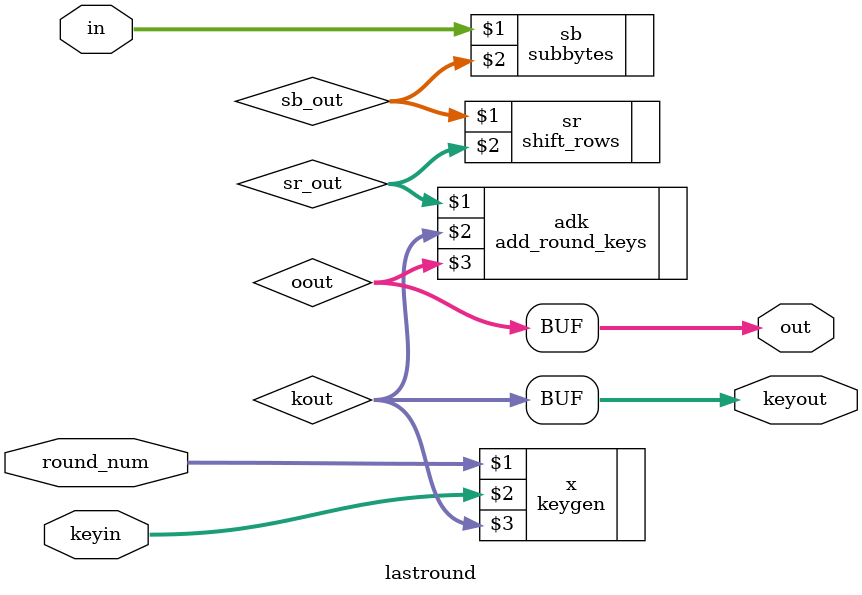
<source format=v>
/*
------Last Round Module------
inputs: 
	1- in -128 bit wire- (State)
	2- round_num -128 bit wire- (Round Number)
	3- keyin -128 bit wire- (input key)
output: 
	1- keyout -128 bit register- (output of this round and input to the next round)
	2- out -128 bit register- (output of this round and input to the next round)
Description:
	- the input passes by these modules in order:
	  key generation, substitute bytes, shift rows,
	  add round key
	
*/
module lastround (
	input wire[127:0]in,
	input wire[3:0]round_num,
	input wire[127:0]keyin,
	output reg[127:0]keyout, 
	output reg[127:0]out
);

wire [127:0]sb_out, sr_out, kout,oout;
	
	keygen x(round_num, keyin, kout); 	 
	
	subbytes sb(in, sb_out);
	shift_rows sr(sb_out, sr_out);
	add_round_keys adk(sr_out, kout, oout);
	always@*
		begin
			keyout=kout;
			out =oout;
			
		end

endmodule


</source>
